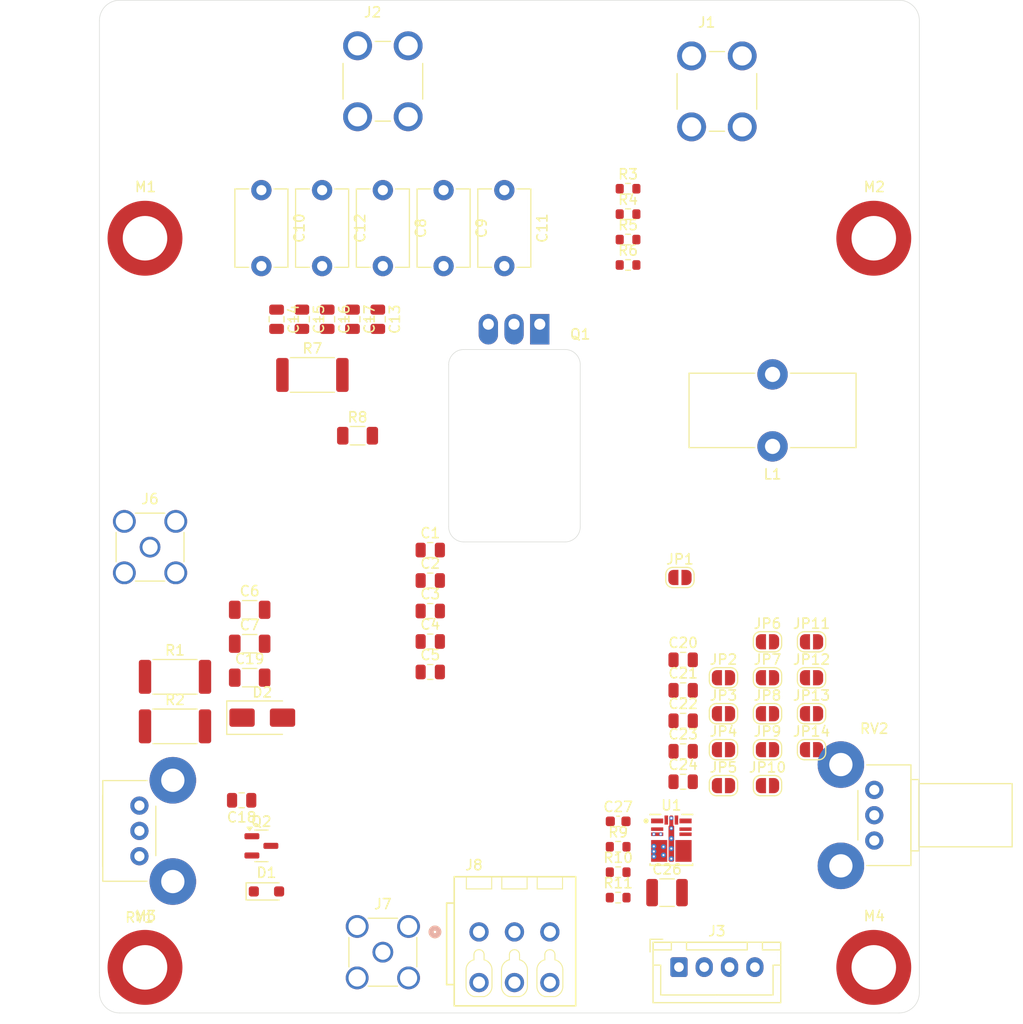
<source format=kicad_pcb>
(kicad_pcb (version 20240108) (generator "pcbnew") (generator_version "8.0")
  (layers (0 "F.Cu" signal) (31 "B.Cu" signal) (34 "B.Paste" user) (35 "F.Paste" user) (36 "B.SilkS" user "B.Silkscreen") (37 "F.SilkS" user "F.Silkscreen") (38 "B.Mask" user) (39 "F.Mask" user) (44 "Edge.Cuts" user))
  (net 0 "")
  (net 1 "+24V")
  (net 2 "GND")
  (net 3 "/Earth")
  (net 4 "/Coil")
  (net 5 "/HV")
  (net 6 "Net-(JP11-B)")
  (net 7 "Net-(D1-K)")
  (net 8 "/Gate")
  (net 9 "/Interruptor")
  (net 10 "Net-(R3-Pad1)")
  (net 11 "Net-(JP7-B)")
  (net 12 "Net-(JP8-B)")
  (net 13 "Net-(JP9-B)")
  (net 14 "Net-(JP10-B)")
  (net 15 "Net-(JP6-B)")
  (net 16 "Net-(JP1-B)")
  (net 17 "Net-(JP10-A)")
  (net 18 "Net-(JP2-B)")
  (net 19 "Net-(JP3-B)")
  (net 20 "Net-(JP4-B)")
  (net 21 "Net-(JP5-B)")
  (net 22 "Net-(J7-In)")
  (net 23 "Net-(D2-A2)")
  (net 24 "Net-(JP12-A)")
  (net 25 "Net-(JP12-B)")
  (net 26 "VFAN")
  (net 27 "Net-(U1-VCC)")
  (net 30 "Net-(R9-Pad2)")
  (net 31 "Net-(U1-FB)")
  (net 32 "Net-(U1-MODE_SYNC)")
  (footprint "donutlib:WA-SMSI_9774025360" (layer "F.Cu") (at 176.5 73.5)
    (property "Reference" "M2" (at 0.0533 -5.0677 0) (layer "F.SilkS"))
    (property "Value" "MountingHole_Pad")
    (pad "" np_thru_hole circle (at 0 0) (size 4.4 4.4) (drill 4.4) (layers "*.Cu" "*.Mask"))
    (pad "1" smd circle (at 0 0) (size 7.4 7.4) (layers "F.Cu" "F.Mask") (net 3 "/Earth"))
  )
  (footprint "Jumper:SolderJumper-2_P1.3mm_Open_RoundedPad1.0x1.5mm" (layer "F.Cu") (at 161.65 124)
    (property "Reference" "JP4" (at 0 -1.8 0) (layer "F.SilkS"))
    (property "Value" "SolderJumper_2_Open")
    (pad "1" smd custom (at -0.65 0) (size 1 0.5) (layers "F.Cu" "F.Mask") (net 2 "GND") (options (clearance outline) (anchor rect)) (primitives (gr_circle (center 0 0.25) (end 0.5 0.25) (width 0) (fill yes)) (gr_circle (center 0 -0.25) (end 0.5 -0.25) (width 0) (fill yes)) (gr_poly (pts (xy 0.5 0.75) (xy 0 0.75) (xy 0 -0.75) (xy 0.5 -0.75)) (width 0) (fill yes))))
    (pad "2" smd custom (at 0.65 0) (size 1 0.5) (layers "F.Cu" "F.Mask") (net 20 "Net-(JP4-B)") (options (clearance outline) (anchor rect)) (primitives (gr_circle (center 0 0.25) (end 0.5 0.25) (width 0) (fill yes)) (gr_circle (center 0 -0.25) (end 0.5 -0.25) (width 0) (fill yes)) (gr_poly (pts (xy 0 0.75) (xy -0.5 0.75) (xy -0.5 -0.75) (xy 0 -0.75)) (width 0) (fill yes))))
  )
  (footprint "Jumper:SolderJumper-2_P1.3mm_Open_RoundedPad1.0x1.5mm" (layer "F.Cu") (at 170.35 120.45)
    (property "Reference" "JP13" (at 0 -1.8 0) (layer "F.SilkS"))
    (property "Value" "SolderJumper_2_Open")
    (pad "1" smd custom (at -0.65 0) (size 1 0.5) (layers "F.Cu" "F.Mask") (net 17 "Net-(JP10-A)") (options (clearance outline) (anchor rect)) (primitives (gr_circle (center 0 0.25) (end 0.5 0.25) (width 0) (fill yes)) (gr_circle (center 0 -0.25) (end 0.5 -0.25) (width 0) (fill yes)) (gr_poly (pts (xy 0.5 0.75) (xy 0 0.75) (xy 0 -0.75) (xy 0.5 -0.75)) (width 0) (fill yes))))
    (pad "2" smd custom (at 0.65 0) (size 1 0.5) (layers "F.Cu" "F.Mask") (net 25 "Net-(JP12-B)") (options (clearance outline) (anchor rect)) (primitives (gr_circle (center 0 0.25) (end 0.5 0.25) (width 0) (fill yes)) (gr_circle (center 0 -0.25) (end 0.5 -0.25) (width 0) (fill yes)) (gr_poly (pts (xy 0 0.75) (xy -0.5 0.75) (xy -0.5 -0.75) (xy 0 -0.75)) (width 0) (fill yes))))
  )
  (footprint "Capacitor_SMD:C_0805_2012Metric" (layer "F.Cu") (at 157.664999 121.15)
    (property "Reference" "C22" (at 0 -1.68 0) (layer "F.SilkS"))
    (property "Value" "10uF")
    (pad "1" smd roundrect (at -0.95 0) (size 1 1.45) (layers "F.Cu" "F.Paste" "F.Mask") (net 26 "VFAN"))
    (pad "2" smd roundrect (at 0.95 0) (size 1 1.45) (layers "F.Cu" "F.Paste" "F.Mask") (net 2 "GND"))
  )
  (footprint "donutlib:WA-SMSI_9774025360" (layer "F.Cu") (at 104.5 73.5)
    (property "Reference" "M1" (at 0.0533 -5.0677 0) (layer "F.SilkS"))
    (property "Value" "MountingHole_Pad")
    (pad "" np_thru_hole circle (at 0 0) (size 4.4 4.4) (drill 4.4) (layers "*.Cu" "*.Mask"))
    (pad "1" smd circle (at 0 0) (size 7.4 7.4) (layers "F.Cu" "F.Mask") (net 3 "/Earth"))
  )
  (footprint "donutlib:CONN3_2601-3103_WAG" (layer "F.Cu") (at 137.5 142)
    (property "Reference" "J8" (at -0.5 -6.6 0) (layer "F.SilkS"))
    (property "Value" "Conn_01x03_Pin")
    (pad "1" thru_hole circle (at 0 0) (size 1.9 1.9) (drill 1.2) (layers "*.Cu" "*.Mask") (net 1 "+24V"))
    (pad "1" thru_hole circle (at 0 5) (size 1.9 1.9) (drill 1.2) (layers "*.Cu" "*.Mask") (net 1 "+24V"))
    (pad "2" thru_hole circle (at 3.5 0) (size 1.9 1.9) (drill 1.2) (layers "*.Cu" "*.Mask") (net 2 "GND"))
    (pad "2" thru_hole circle (at 3.5 5) (size 1.9 1.9) (drill 1.2) (layers "*.Cu" "*.Mask") (net 2 "GND"))
    (pad "3" thru_hole circle (at 7.000001 0) (size 1.9 1.9) (drill 1.2) (layers "*.Cu" "*.Mask") (net 3 "/Earth"))
    (pad "3" thru_hole circle (at 7.000001 5) (size 1.9 1.9) (drill 1.2) (layers "*.Cu" "*.Mask") (net 3 "/Earth"))
  )
  (footprint "donutlib:KEYSTONE_7767" (layer "F.Cu") (at 161 59)
    (property "Reference" "J1" (at -1.01 -6.815 0) (layer "F.SilkS"))
    (property "Value" "Keystone 7767")
    (pad "1_1" thru_hole circle (at -2.5 3.505) (size 2.85 2.85) (drill 1.9) (layers "*.Cu" "*.Mask") (net 4 "/Coil"))
    (pad "1_2" thru_hole circle (at 2.5 3.505) (size 2.85 2.85) (drill 1.9) (layers "*.Cu" "*.Mask") (net 4 "/Coil"))
    (pad "1_3" thru_hole circle (at 2.5 -3.505) (size 2.85 2.85) (drill 1.9) (layers "*.Cu" "*.Mask") (net 4 "/Coil"))
    (pad "1_4" thru_hole circle (at -2.5 -3.505) (size 2.85 2.85) (drill 1.9) (layers "*.Cu" "*.Mask") (net 4 "/Coil"))
  )
  (footprint "Capacitor_SMD:C_0805_2012Metric" (layer "F.Cu") (at 132.6825 104.29)
    (property "Reference" "C1" (at 0 -1.68 0) (layer "F.SilkS"))
    (property "Value" "2.2nF")
    (pad "1" smd roundrect (at -0.95 0) (size 1 1.45) (layers "F.Cu" "F.Paste" "F.Mask") (net 1 "+24V"))
    (pad "2" smd roundrect (at 0.95 0) (size 1 1.45) (layers "F.Cu" "F.Paste" "F.Mask") (net 2 "GND"))
  )
  (footprint "Capacitor_SMD:C_0805_2012Metric" (layer "F.Cu") (at 132.6825 107.3)
    (property "Reference" "C2" (at 0 -1.68 0) (layer "F.SilkS"))
    (property "Value" "2.2nF")
    (pad "1" smd roundrect (at -0.95 0) (size 1 1.45) (layers "F.Cu" "F.Paste" "F.Mask") (net 1 "+24V"))
    (pad "2" smd roundrect (at 0.95 0) (size 1 1.45) (layers "F.Cu" "F.Paste" "F.Mask") (net 2 "GND"))
  )
  (footprint "donutlib:WA-SMSI_9774025360" (layer "F.Cu") (at 176.5 145.5)
    (property "Reference" "M4" (at 0.0533 -5.0677 0) (layer "F.SilkS"))
    (property "Value" "MountingHole_Pad")
    (pad "" np_thru_hole circle (at 0 0) (size 4.4 4.4) (drill 4.4) (layers "*.Cu" "*.Mask"))
    (pad "1" smd circle (at 0 0) (size 7.4 7.4) (layers "F.Cu" "F.Mask") (net 3 "/Earth"))
  )
  (footprint "Resistor_SMD:R_0603_1608Metric" (layer "F.Cu") (at 151.244999 138.61)
    (property "Reference" "R11" (at 0 -1.43 0) (layer "F.SilkS"))
    (property "Value" "Rt")
    (pad "1" smd roundrect (at -0.825 0) (size 0.8 0.95) (layers "F.Cu" "F.Paste" "F.Mask") (net 2 "GND"))
    (pad "2" smd roundrect (at 0.825 0) (size 0.8 0.95) (layers "F.Cu" "F.Paste" "F.Mask") (net 32 "Net-(U1-MODE_SYNC)"))
  )
  (footprint "Jumper:SolderJumper-2_P1.3mm_Open_RoundedPad1.0x1.5mm" (layer "F.Cu") (at 166 127.55)
    (property "Reference" "JP10" (at 0 -1.8 0) (layer "F.SilkS"))
    (property "Value" "SolderJumper_2_Open")
    (pad "1" smd custom (at -0.65 0) (size 1 0.5) (layers "F.Cu" "F.Mask") (net 17 "Net-(JP10-A)") (options (clearance outline) (anchor rect)) (primitives (gr_circle (center 0 0.25) (end 0.5 0.25) (width 0) (fill yes)) (gr_circle (center 0 -0.25) (end 0.5 -0.25) (width 0) (fill yes)) (gr_poly (pts (xy 0.5 0.75) (xy 0 0.75) (xy 0 -0.75) (xy 0.5 -0.75)) (width 0) (fill yes))))
    (pad "2" smd custom (at 0.65 0) (size 1 0.5) (layers "F.Cu" "F.Mask") (net 14 "Net-(JP10-B)") (options (clearance outline) (anchor rect)) (primitives (gr_circle (center 0 0.25) (end 0.5 0.25) (width 0) (fill yes)) (gr_circle (center 0 -0.25) (end 0.5 -0.25) (width 0) (fill yes)) (gr_poly (pts (xy 0 0.75) (xy -0.5 0.75) (xy -0.5 -0.75) (xy 0 -0.75)) (width 0) (fill yes))))
  )
  (footprint "Capacitor_SMD:C_1206_3216Metric" (layer "F.Cu") (at 114.8425 113.54)
    (property "Reference" "C7" (at 0 -1.85 0) (layer "F.SilkS"))
    (property "Value" "560pF")
    (pad "1" smd roundrect (at -1.475 0) (size 1.15 1.8) (layers "F.Cu" "F.Paste" "F.Mask") (roundrect_rratio 0.217391) (net 4 "/Coil"))
    (pad "2" smd roundrect (at 1.475 0) (size 1.15 1.8) (layers "F.Cu" "F.Paste" "F.Mask") (roundrect_rratio 0.217391) (net 6 "Net-(JP11-B)"))
  )
  (footprint "Capacitor_SMD:C_0805_2012Metric" (layer "F.Cu") (at 157.664999 118.14)
    (property "Reference" "C21" (at 0 -1.68 0) (layer "F.SilkS"))
    (property "Value" "10uF")
    (pad "1" smd roundrect (at -0.95 0) (size 1 1.45) (layers "F.Cu" "F.Paste" "F.Mask") (net 26 "VFAN"))
    (pad "2" smd roundrect (at 0.95 0) (size 1 1.45) (layers "F.Cu" "F.Paste" "F.Mask") (net 2 "GND"))
  )
  (footprint "Jumper:SolderJumper-2_P1.3mm_Open_RoundedPad1.0x1.5mm" (layer "F.Cu") (at 166 124)
    (property "Reference" "JP9" (at 0 -1.8 0) (layer "F.SilkS"))
    (property "Value" "SolderJumper_2_Open")
    (pad "1" smd custom (at -0.65 0) (size 1 0.5) (layers "F.Cu" "F.Mask") (net 17 "Net-(JP10-A)") (options (clearance outline) (anchor rect)) (primitives (gr_circle (center 0 0.25) (end 0.5 0.25) (width 0) (fill yes)) (gr_circle (center 0 -0.25) (end 0.5 -0.25) (width 0) (fill yes)) (gr_poly (pts (xy 0.5 0.75) (xy 0 0.75) (xy 0 -0.75) (xy 0.5 -0.75)) (width 0) (fill yes))))
    (pad "2" smd custom (at 0.65 0) (size 1 0.5) (layers "F.Cu" "F.Mask") (net 13 "Net-(JP9-B)") (options (clearance outline) (anchor rect)) (primitives (gr_circle (center 0 0.25) (end 0.5 0.25) (width 0) (fill yes)) (gr_circle (center 0 -0.25) (end 0.5 -0.25) (width 0) (fill yes)) (gr_poly (pts (xy 0 0.75) (xy -0.5 0.75) (xy -0.5 -0.75) (xy 0 -0.75)) (width 0) (fill yes))))
  )
  (footprint "Capacitor_SMD:C_1210_3225Metric" (layer "F.Cu") (at 156.074999 138.12)
    (property "Reference" "C26" (at 0 -2.3 0) (layer "F.SilkS"))
    (property "Value" "4.7uF")
    (pad "1" smd roundrect (at -1.475 0) (size 1.15 2.7) (layers "F.Cu" "F.Paste" "F.Mask") (roundrect_rratio 0.217391) (net 1 "+24V"))
    (pad "2" smd roundrect (at 1.475 0) (size 1.15 2.7) (layers "F.Cu" "F.Paste" "F.Mask") (roundrect_rratio 0.217391) (net 2 "GND"))
  )
  (footprint "Capacitor_SMD:C_0805_2012Metric" (layer "F.Cu") (at 132.6825 110.31)
    (property "Reference" "C3" (at 0 -1.68 0) (layer "F.SilkS"))
    (property "Value" "2.2nF")
    (pad "1" smd roundrect (at -0.95 0) (size 1 1.45) (layers "F.Cu" "F.Paste" "F.Mask") (net 3 "/Earth"))
    (pad "2" smd roundrect (at 0.95 0) (size 1 1.45) (layers "F.Cu" "F.Paste" "F.Mask") (net 2 "GND"))
  )
  (footprint "Capacitor_SMD:C_0805_2012Metric" (layer "F.Cu") (at 127.5 81.5 -90)
    (property "Reference" "C13" (at 0 -1.68 90) (layer "F.SilkS"))
    (property "Value" "2.2nF")
    (pad "1" smd roundrect (at -0.95 0 270) (size 1 1.45) (layers "F.Cu" "F.Paste" "F.Mask") (net 17 "Net-(JP10-A)"))
    (pad "2" smd roundrect (at 0.95 0 270) (size 1 1.45) (layers "F.Cu" "F.Paste" "F.Mask") (net 16 "Net-(JP1-B)"))
  )
  (footprint "Resistor_SMD:R_0603_1608Metric" (layer "F.Cu") (at 152.2225 76.14)
    (property "Reference" "R6" (at 0 -1.43 0) (layer "F.SilkS"))
    (property "Value" "4.7k")
    (pad "1" smd roundrect (at -0.825 0) (size 0.8 0.95) (layers "F.Cu" "F.Paste" "F.Mask") (net 2 "GND"))
    (pad "2" smd roundrect (at 0.825 0) (size 0.8 0.95) (layers "F.Cu" "F.Paste" "F.Mask") (net 9 "/Interruptor"))
  )
  (footprint "Capacitor_SMD:C_0805_2012Metric" (layer "F.Cu") (at 157.664999 127.17)
    (property "Reference" "C24" (at 0 -1.68 0) (layer "F.SilkS"))
    (property "Value" "10uF")
    (pad "1" smd roundrect (at -0.95 0) (size 1 1.45) (layers "F.Cu" "F.Paste" "F.Mask") (net 26 "VFAN"))
    (pad "2" smd roundrect (at 0.95 0) (size 1 1.45) (layers "F.Cu" "F.Paste" "F.Mask") (net 2 "GND"))
  )
  (footprint "Capacitor_SMD:C_0805_2012Metric" (layer "F.Cu") (at 132.6825 116.33)
    (property "Reference" "C5" (at 0 -1.68 0) (layer "F.SilkS"))
    (property "Value" "2.2nF")
    (pad "1" smd roundrect (at -0.95 0) (size 1 1.45) (layers "F.Cu" "F.Paste" "F.Mask") (net 3 "/Earth"))
    (pad "2" smd roundrect (at 0.95 0) (size 1 1.45) (layers "F.Cu" "F.Paste" "F.Mask") (net 2 "GND"))
  )
  (footprint "Connector_JST:JST_XH_B4B-XH-A_1x04_P2.50mm_Vertical" (layer "F.Cu") (at 157.25 145.475)
    (property "Reference" "J3" (at 3.75 -3.55 0) (layer "F.SilkS"))
    (property "Value" "Conn_01x04_Pin")
    (pad "1" thru_hole roundrect (at 0 0) (size 1.7 1.95) (drill 0.95) (layers "*.Cu" "*.Mask") (roundrect_rratio 0.147059) (net 2 "GND"))
    (pad "2" thru_hole oval (at 2.5 0) (size 1.7 1.95) (drill 0.95) (layers "*.Cu" "*.Mask") (net 26 "VFAN"))
    (pad "3" thru_hole oval (at 5 0) (size 1.7 1.95) (drill 0.95) (layers "*.Cu" "*.Mask"))
    (pad "4" thru_hole oval (at 7.5 0) (size 1.7 1.95) (drill 0.95) (layers "*.Cu" "*.Mask"))
  )
  (footprint "Potentiometer_THT:Potentiometer_Bourns_PTV09A-2_Single_Horizontal" (layer "F.Cu") (at 103.95 129.525 180)
    (property "Reference" "RV1" (at 0 -11.05 0) (layer "F.SilkS"))
    (property "Value" "10k")
    (pad "" thru_hole circle (at -3.3 -7.5 180) (size 4.6 4.6) (drill 2.3) (layers "*.Cu" "*.Mask"))
    (pad "" thru_hole circle (at -3.3 2.5 180) (size 4.6 4.6) (drill 2.3) (layers "*.Cu" "*.Mask"))
    (pad "1" thru_hole circle (at 0 0 180) (size 1.8 1.8) (drill 1) (layers "*.Cu" "*.Mask") (net 7 "Net-(D1-K)"))
    (pad "2" thru_hole circle (at 0 -2.5 180) (size 1.8 1.8) (drill 1) (layers "*.Cu" "*.Mask") (net 10 "Net-(R3-Pad1)"))
    (pad "3" thru_hole circle (at 0 -5 180) (size 1.8 1.8) (drill 1) (layers "*.Cu" "*.Mask") (net 2 "GND"))
  )
  (footprint "Resistor_SMD:R_2512_6332Metric" (layer "F.Cu") (at 107.4625 121.7)
    (property "Reference" "R2" (at 0 -2.62 0) (layer "F.SilkS"))
    (property "Value" "10")
    (pad "1" smd roundrect (at -2.9625 0) (size 1.225 3.35) (layers "F.Cu" "F.Paste" "F.Mask") (roundrect_rratio 0.204082) (net 25 "Net-(JP12-B)"))
    (pad "2" smd roundrect (at 2.9625 0) (size 1.225 3.35) (layers "F.Cu" "F.Paste" "F.Mask") (roundrect_rratio 0.204082) (net 22 "Net-(J7-In)"))
  )
  (footprint "Jumper:SolderJumper-2_P1.3mm_Open_RoundedPad1.0x1.5mm" (layer "F.Cu") (at 166 116.9)
    (property "Reference" "JP7" (at 0 -1.8 0) (layer "F.SilkS"))
    (property "Value" "SolderJumper_2_Open")
    (pad "1" smd custom (at -0.65 0) (size 1 0.5) (layers "F.Cu" "F.Mask") (net 17 "Net-(JP10-A)") (options (clearance outline) (anchor rect)) (primitives (gr_circle (center 0 0.25) (end 0.5 0.25) (width 0) (fill yes)) (gr_circle (center 0 -0.25) (end 0.5 -0.25) (width 0) (fill yes)) (gr_poly (pts (xy 0.5 0.75) (xy 0 0.75) (xy 0 -0.75) (xy 0.5 -0.75)) (width 0) (fill yes))))
    (pad "2" smd custom (at 0.65 0) (size 1 0.5) (layers "F.Cu" "F.Mask") (net 11 "Net-(JP7-B)") (options (clearance outline) (anchor rect)) (primitives (gr_circle (center 0 0.25) (end 0.5 0.25) (width 0) (fill yes)) (gr_circle (center 0 -0.25) (end 0.5 -0.25) (width 0) (fill yes)) (gr_poly (pts (xy 0 0.75) (xy -0.5 0.75) (xy -0.5 -0.75) (xy 0 -0.75)) (width 0) (fill yes))))
  )
  (footprint "Diode_SMD:D_SOD-323_HandSoldering" (layer "F.Cu") (at 116.5 138)
    (property "Reference" "D1" (at 0 -1.85 0) (layer "F.SilkS"))
    (property "Value" "5.6V")
    (pad "1" smd roundrect (at -1.25 0) (size 1 1) (layers "F.Cu" "F.Paste" "F.Mask") (net 7 "Net-(D1-K)"))
    (pad "2" smd roundrect (at 1.25 0) (size 1 1) (layers "F.Cu" "F.Paste" "F.Mask") (net 2 "GND"))
  )
  (footprint "Connector_Coaxial:SMA_Amphenol_132134-11_Vertical" (layer "F.Cu") (at 128 144)
    (property "Reference" "J7" (at 0 -4.75 0) (layer "F.SilkS"))
    (property "Value" "Conn_Coaxial_Small")
    (pad "1" thru_hole circle (at 0 0) (size 2.05 2.05) (drill 1.5) (layers "*.Cu" "*.Mask") (net 22 "Net-(J7-In)"))
    (pad "2" thru_hole circle (at -2.54 -2.54) (size 2.25 2.25) (drill 1.7) (layers "*.Cu" "*.Mask") (net 2 "GND"))
    (pad "2" thru_hole circle (at -2.54 2.54) (size 2.25 2.25) (drill 1.7) (layers "*.Cu" "*.Mask") (net 2 "GND"))
    (pad "2" thru_hole circle (at 2.54 -2.54) (size 2.25 2.25) (drill 1.7) (layers "*.Cu" "*.Mask") (net 2 "GND"))
    (pad "2" thru_hole circle (at 2.54 2.54) (size 2.25 2.25) (drill 1.7) (layers "*.Cu" "*.Mask") (net 2 "GND"))
  )
  (footprint "Jumper:SolderJumper-2_P1.3mm_Open_RoundedPad1.0x1.5mm" (layer "F.Cu") (at 157.35 107)
    (property "Reference" "JP1" (at 0 -1.8 0) (layer "F.SilkS"))
    (property "Value" "SolderJumper_2_Open")
    (pad "1" smd custom (at -0.65 0) (size 1 0.5) (layers "F.Cu" "F.Mask") (net 2 "GND") (options (clearance outline) (anchor rect)) (primitives (gr_circle (center 0 0.25) (end 0.5 0.25) (width 0) (fill yes)) (gr_circle (center 0 -0.25) (end 0.5 -0.25) (width 0) (fill yes)) (gr_poly (pts (xy 0.5 0.75) (xy 0 0.75) (xy 0 -0.75) (xy 0.5 -0.75)) (width 0) (fill yes))))
    (pad "2" smd custom (at 0.65 0) (size 1 0.5) (layers "F.Cu" "F.Mask") (net 16 "Net-(JP1-B)") (options (clearance outline) (anchor rect)) (primitives (gr_circle (center 0 0.25) (end 0.5 0.25) (width 0) (fill yes)) (gr_circle (center 0 -0.25) (end 0.5 -0.25) (width 0) (fill yes)) (gr_poly (pts (xy 0 0.75) (xy -0.5 0.75) (xy -0.5 -0.75) (xy 0 -0.75)) (width 0) (fill yes))))
  )
  (footprint "Package_TO_SOT_SMD:SOT-23" (layer "F.Cu") (at 116 133.5)
    (property "Reference" "Q2" (at 0 -2.4 0) (layer "F.SilkS"))
    (property "Value" "BSS138")
    (pad "1" smd roundrect (at -0.9375 -0.95) (size 1.475 0.6) (layers "F.Cu" "F.Paste" "F.Mask") (net 9 "/Interruptor"))
    (pad "2" smd roundrect (at -0.9375 0.95) (size 1.475 0.6) (layers "F.Cu" "F.Paste" "F.Mask") (net 2 "GND"))
    (pad "3" smd roundrect (at 0.9375 0) (size 1.475 0.6) (layers "F.Cu" "F.Paste" "F.Mask") (net 7 "Net-(D1-K)"))
  )
  (footprint "donutlib:TDK_Disc_D7.5mm_W5.0mm_P7.50mm" (layer "F.Cu") (at 116 68.75 -90)
    (property "Reference" "C10" (at 3.75 -3.75 90) (layer "F.SilkS"))
    (property "Value" "33pF")
    (pad "1" thru_hole circle (at 0 0 270) (size 2 2) (drill 1) (layers "*.Cu" "*.Mask") (net 5 "/HV"))
    (pad "2" thru_hole circle (at 7.5 0 270) (size 2 2) (drill 1) (layers "*.Cu" "*.Mask") (net 13 "Net-(JP9-B)"))
  )
  (footprint "Jumper:SolderJumper-2_P1.3mm_Open_RoundedPad1.0x1.5mm" (layer "F.Cu") (at 166 113.35)
    (property "Reference" "JP6" (at 0 -1.8 0) (layer "F.SilkS"))
    (property "Value" "SolderJumper_2_Open")
    (pad "1" smd custom (at -0.65 0) (size 1 0.5) (layers "F.Cu" "F.Mask") (net 17 "Net-(JP10-A)") (options (clearance outline) (anchor rect)) (primitives (gr_circle (center 0 0.25) (end 0.5 0.25) (width 0) (fill yes)) (gr_circle (center 0 -0.25) (end 0.5 -0.25) (width 0) (fill yes)) (gr_poly (pts (xy 0.5 0.75) (xy 0 0.75) (xy 0 -0.75) (xy 0.5 -0.75)) (width 0) (fill yes))))
    (pad "2" smd custom (at 0.65 0) (size 1 0.5) (layers "F.Cu" "F.Mask") (net 15 "Net-(JP6-B)") (options (clearance outline) (anchor rect)) (primitives (gr_circle (center 0 0.25) (end 0.5 0.25) (width 0) (fill yes)) (gr_circle (center 0 -0.25) (end 0.5 -0.25) (width 0) (fill yes)) (gr_poly (pts (xy 0 0.75) (xy -0.5 0.75) (xy -0.5 -0.75) (xy 0 -0.75)) (width 0) (fill yes))))
  )
  (footprint "donutlib:WA-SMSI_9774025360" (layer "F.Cu") (at 104.5 145.5)
    (property "Reference" "M3" (at 0.0533 -5.0677 0) (layer "F.SilkS"))
    (property "Value" "MountingHole_Pad")
    (pad "" np_thru_hole circle (at 0 0) (size 4.4 4.4) (drill 4.4) (layers "*.Cu" "*.Mask"))
    (pad "1" smd circle (at 0 0) (size 7.4 7.4) (layers "F.Cu" "F.Mask") (net 3 "/Earth"))
  )
  (footprint "Capacitor_SMD:C_0805_2012Metric" (layer "F.Cu") (at 120 81.5 -90)
    (property "Reference" "C15" (at 0 -1.68 90) (layer "F.SilkS"))
    (property "Value" "2.2nF")
    (pad "1" smd roundrect (at -0.95 0 270) (size 1 1.45) (layers "F.Cu" "F.Paste" "F.Mask") (net 17 "Net-(JP10-A)"))
    (pad "2" smd roundrect (at 0.95 0 270) (size 1 1.45) (layers "F.Cu" "F.Paste" "F.Mask") (net 19 "Net-(JP3-B)"))
  )
  (footprint "Capacitor_SMD:C_0805_2012Metric" (layer "F.Cu") (at 157.664999 115.13)
    (property "Reference" "C20" (at 0 -1.68 0) (layer "F.SilkS"))
    (property "Value" "10uF")
    (pad "1" smd roundrect (at -0.95 0) (size 1 1.45) (layers "F.Cu" "F.Paste" "F.Mask") (net 26 "VFAN"))
    (pad "2" smd roundrect (at 0.95 0) (size 1 1.45) (layers "F.Cu" "F.Paste" "F.Mask") (net 2 "GND"))
  )
  (footprint "Resistor_SMD:R_0603_1608Metric" (layer "F.Cu") (at 151.244999 133.59)
    (property "Reference" "R9" (at 0 -1.43 0) (layer "F.SilkS"))
    (property "Value" "10k")
    (pad "1" smd roundrect (at -0.825 0) (size 0.8 0.95) (layers "F.Cu" "F.Paste" "F.Mask") (net 2 "GND"))
    (pad "2" smd roundrect (at 0.825 0) (size 0.8 0.95) (layers "F.Cu" "F.Paste" "F.Mask") (net 30 "Net-(R9-Pad2)"))
  )
  (footprint "Diode_SMD:D_SMA" (layer "F.Cu") (at 116.0875 120.84)
    (property "Reference" "D2" (at 0 -2.5 0) (layer "F.SilkS"))
    (property "Value" "SMAJ12CA")
    (pad "1" smd roundrect (at -2 0) (size 2.5 1.8) (layers "F.Cu" "F.Paste" "F.Mask") (roundrect_rratio 0.1388888889) (net 2 "GND"))
    (pad "2" smd roundrect (at 2 0) (size 2.5 1.8) (layers "F.Cu" "F.Paste" "F.Mask") (roundrect_rratio 0.1388888889) (net 23 "Net-(D2-A2)"))
  )
  (footprint "donutlib:TDK_Disc_D7.5mm_W5.0mm_P7.50mm" (layer "F.Cu") (at 128 68.75 -90)
    (property "Reference" "C8" (at 3.75 -3.75 90) (layer "F.SilkS"))
    (property "Value" "33pF")
    (pad "1" thru_hole circle (at 0 0 270) (size 2 2) (drill 1) (layers "*.Cu" "*.Mask") (net 5 "/HV"))
    (pad "2" thru_hole circle (at 7.5 0 270) (size 2 2) (drill 1) (layers "*.Cu" "*.Mask") (net 11 "Net-(JP7-B)"))
  )
  (footprint "donutlib:KEYSTONE_7767" (layer "F.Cu") (at 128 58)
    (property "Reference" "J2" (at -1.01 -6.815 0) (layer "F.SilkS"))
    (property "Value" "Keystone 7767")
    (pad "1_1" thru_hole circle (at -2.5 3.505) (size 2.85 2.85) (drill 1.9) (layers "*.Cu" "*.Mask") (net 5 "/HV"))
    (pad "1_2" thru_hole circle (at 2.5 3.505) (size 2.85 2.85) (drill 1.9) (layers "*.Cu" "*.Mask") (net 5 "/HV"))
    (pad "1_3" thru_hole circle (at 2.5 -3.505) (size 2.85 2.85) (drill 1.9) (layers "*.Cu" "*.Mask") (net 5 "/HV"))
    (pad "1_4" thru_hole circle (at -2.5 -3.505) (size 2.85 2.85) (drill 1.9) (layers "*.Cu" "*.Mask") (net 5 "/HV"))
  )
  (footprint "Resistor_SMD:R_1206_3216Metric" (layer "F.Cu") (at 125.5 93)
    (property "Reference" "R8" (at 0 -1.82 0) (layer "F.SilkS"))
    (property "Value" "0")
    (pad "1" smd roundrect (at -1.4625 0) (size 1.125 1.75) (layers "F.Cu" "F.Paste" "F.Mask") (roundrect_rratio 0.222222) (net 22 "Net-(J7-In)"))
    (pad "2" smd roundrect (at 1.4625 0) (size 1.125 1.75) (layers "F.Cu" "F.Paste" "F.Mask") (roundrect_rratio 0.222222) (net 8 "/Gate"))
  )
  (footprint "Resistor_SMD:R_0603_1608Metric" (layer "F.Cu") (at 151.244999 136.1)
    (property "Reference" "R10" (at 0 -1.43 0) (layer "F.SilkS"))
    (property "Value" "10k")
    (pad "1" smd roundrect (at -0.825 0) (size 0.8 0.95) (layers "F.Cu" "F.Paste" "F.Mask") (net 31 "Net-(U1-FB)"))
    (pad "2" smd roundrect (at 0.825 0) (size 0.8 0.95) (layers "F.Cu" "F.Paste" "F.Mask") (net 26 "VFAN"))
  )
  (footprint "Connector_Coaxial:SMA_Amphenol_132134-11_Vertical" (layer "F.Cu") (at 105 104)
    (property "Reference" "J6" (at 0 -4.75 0) (layer "F.SilkS"))
    (property "Value" "Conn_Coaxial_Small")
    (pad "1" thru_hole circle (at 0 0) (size 2.05 2.05) (drill 1.5) (layers "*.Cu" "*.Mask") (net 9 "/Interruptor"))
    (pad "2" thru_hole circle (at -2.54 -2.54) (size 2.25 2.25) (drill 1.7) (layers "*.Cu" "*.Mask") (net 2 "GND"))
    (pad "2" thru_hole circle (at -2.54 2.54) (size 2.25 2.25) (drill 1.7) (layers "*.Cu" "*.Mask") (net 2 "GND"))
    (pad "2" thru_hole circle (at 2.54 -2.54) (size 2.25 2.25) (drill 1.7) (layers "*.Cu" "*.Mask") (net 2 "GND"))
    (pad "2" thru_hole circle (at 2.54 2.54) (size 2.25 2.25) (drill 1.7) (layers "*.Cu" "*.Mask") (net 2 "GND"))
  )
  (footprint "Jumper:SolderJumper-2_P1.3mm_Open_RoundedPad1.0x1.5mm" (layer "F.Cu") (at 170.35 113.35)
    (property "Reference" "JP11" (at 0 -1.8 0) (layer "F.SilkS"))
    (property "Value" "SolderJumper_2_Open")
    (pad "1" smd custom (at -0.65 0) (size 1 0.5) (layers "F.Cu" "F.Mask") (net 2 "GND") (options (clearance outline) (anchor rect)) (primitives (gr_circle (center 0 0.25) (end 0.5 0.25) (width 0) (fill yes)) (gr_circle (center 0 -0.25) (end 0.5 -0.25) (width 0) (fill yes)) (gr_poly (pts (xy 0.5 0.75) (xy 0 0.75) (xy 0 -0.75) (xy 0.5 -0.75)) (width 0) (fill yes))))
    (pad "2" smd custom (at 0.65 0) (size 1 0.5) (layers "F.Cu" "F.Mask") (net 6 "Net-(JP11-B)") (options (clearance outline) (anchor rect)) (primitives (gr_circle (center 0 0.25) (end 0.5 0.25) (width 0) (fill yes)) (gr_circle (center 0 -0.25) (end 0.5 -0.25) (width 0) (fill yes)) (gr_poly (pts (xy 0 0.75) (xy -0.5 0.75) (xy -0.5 -0.75) (xy 0 -0.75)) (width 0) (fill yes))))
  )
  (footprint "Capacitor_SMD:C_0805_2012Metric" (layer "F.Cu") (at 132.6825 113.32)
    (property "Reference" "C4" (at 0 -1.68 0) (layer "F.SilkS"))
    (property "Value" "2.2nF")
    (pad "1" smd roundrect (at -0.95 0) (size 1 1.45) (layers "F.Cu" "F.Paste" "F.Mask") (net 3 "/Earth"))
    (pad "2" smd roundrect (at 0.95 0) (size 1 1.45) (layers "F.Cu" "F.Paste" "F.Mask") (net 2 "GND"))
  )
  (footprint "Capacitor_SMD:C_0805_2012Metric" (layer "F.Cu") (at 117.5 81.5 -90)
    (property "Reference" "C14" (at 0 -1.68 90) (layer "F.SilkS"))
    (property "Value" "2.2nF")
    (pad "1" smd roundrect (at -0.95 0 270) (size 1 1.45) (layers "F.Cu" "F.Paste" "F.Mask") (net 17 "Net-(JP10-A)"))
    (pad "2" smd roundrect (at 0.95 0 270) (size 1 1.45) (layers "F.Cu" "F.Paste" "F.Mask") (net 18 "Net-(JP2-B)"))
  )
  (footprint "donutlib:TO-220-3_Horizontal_BoardCutout" (layer "F.Cu") (at 143.5 82.4875 180)
    (property "Reference" "Q1" (at -4 -0.5 0) (layer "F.SilkS"))
    (property "Value" "IPP320N20N3")
    (fp_line (start 9 -3.5) (end 9 -19.5) (stroke (width 0.05)) (layer "Edge.Cuts"))
    (fp_line (start 7.5 -21) (end -2.5 -21) (stroke (width 0.05)) (layer "Edge.Cuts"))
    (fp_line (start -2.5 -2) (end 7.5 -2) (stroke (width 0.05)) (layer "Edge.Cuts"))
    (fp_line (start -4 -19.5) (end -4 -3.5) (stroke (width 0.05)) (layer "Edge.Cuts"))
    (fp_arc (start 9 -3.5) (mid 8.56066 -2.43934) (end 7.5 -2) (stroke (width 0.05)) (layer "Edge.Cuts"))
    (fp_arc (start 7.5 -21) (mid 8.56066 -20.56066) (end 9 -19.5) (stroke (width 0.05)) (layer "Edge.Cuts"))
    (fp_arc (start -2.5 -2) (mid -3.56066 -2.43934) (end -4 -3.5) (stroke (width 0.05)) (layer "Edge.Cuts"))
    (fp_arc (start -4 -19.5) (mid -3.56066 -20.56066) (end -2.5 -21) (stroke (width 0.05)) (layer "Edge.Cuts"))
    (pad "1" thru_hole rect (at 0 0.5 180) (size 1.905 3) (drill 1.1 (offset 0 -0.5)) (layers "*.Cu" "*.Mask") (net 8 "/Gate"))
    (pad "2" thru_hole oval (at 2.54 0.5 180) (size 1.905 3) (drill 1.1 (offset 0 -0.5)) (layers "*.Cu" "*.Mask") (net 4 "/Coil"))
    (pad "3" thru_hole oval (at 5.08 0.5 180) (size 1.905 3) (drill 1.1 (offset 0 -0.5)) (layers "*.Cu" "*.Mask") (net 2 "GND"))
  )
  (footprint "Capacitor_SMD:C_0805_2012Metric" (layer "F.Cu") (at 125 81.5 -90)
    (property "Reference" "C17" (at 0 -1.68 90) (layer "F.SilkS"))
    (property "Value" "2.2nF")
    (pad "1" smd roundrect (at -0.95 0 270) (size 1 1.45) (layers "F.Cu" "F.Paste" "F.Mask") (net 17 "Net-(JP10-A)"))
    (pad "2" smd roundrect (at 0.95 0 270) (size 1 1.45) (layers "F.Cu" "F.Paste" "F.Mask") (net 21 "Net-(JP5-B)"))
  )
  (footprint "Resistor_SMD:R_0603_1608Metric" (layer "F.Cu") (at 152.2225 73.63)
    (property "Reference" "R5" (at 0 -1.43 0) (layer "F.SilkS"))
    (property "Value" "10k")
    (pad "1" smd roundrect (at -0.825 0) (size 0.8 0.95) (layers "F.Cu" "F.Paste" "F.Mask") (net 2 "GND"))
    (pad "2" smd roundrect (at 0.825 0) (size 0.8 0.95) (layers "F.Cu" "F.Paste" "F.Mask") (net 7 "Net-(D1-K)"))
  )
  (footprint "Capacitor_SMD:C_1206_3216Metric" (layer "F.Cu") (at 114.8425 116.89)
    (property "Reference" "C19" (at 0 -1.85 0) (layer "F.SilkS"))
    (property "Value" "100pF")
    (pad "1" smd roundrect (at -1.475 0) (size 1.15 1.8) (layers "F.Cu" "F.Paste" "F.Mask") (roundrect_rratio 0.217391) (net 22 "Net-(J7-In)"))
    (pad "2" smd roundrect (at 1.475 0) (size 1.15 1.8) (layers "F.Cu" "F.Paste" "F.Mask") (roundrect_rratio 0.217391) (net 2 "GND"))
  )
  (footprint "Capacitor_SMD:C_0603_1608Metric" (layer "F.Cu") (at 151.244999 131.08)
    (property "Reference" "C27" (at 0 -1.43 0) (layer "F.SilkS"))
    (property "Value" "1uF")
    (pad "1" smd roundrect (at -0.775 0) (size 0.9 0.95) (layers "F.Cu" "F.Paste" "F.Mask") (net 27 "Net-(U1-VCC)"))
    (pad "2" smd roundrect (at 0.775 0) (size 0.9 0.95) (layers "F.Cu" "F.Paste" "F.Mask") (net 2 "GND"))
  )
  (footprint "Capacitor_SMD:C_0805_2012Metric" (layer "F.Cu") (at 122.5 81.5 -90)
    (property "Reference" "C16" (at 0 -1.68 90) (layer "F.SilkS"))
    (property "Value" "2.2nF")
    (pad "1" smd roundrect (at -0.95 0 270) (size 1 1.45) (layers "F.Cu" "F.Paste" "F.Mask") (net 17 "Net-(JP10-A)"))
    (pad "2" smd roundrect (at 0.95 0 270) (size 1 1.45) (layers "F.Cu" "F.Paste" "F.Mask") (net 20 "Net-(JP4-B)"))
  )
  (footprint "Capacitor_SMD:C_0805_2012Metric" (layer "F.Cu") (at 157.664999 124.16)
    (property "Reference" "C23" (at 0 -1.68 0) (layer "F.SilkS"))
    (property "Value" "10uF")
    (pad "1" smd roundrect (at -0.95 0) (size 1 1.45) (layers "F.Cu" "F.Paste" "F.Mask") (net 26 "VFAN"))
    (pad "2" smd roundrect (at 0.95 0) (size 1 1.45) (layers "F.Cu" "F.Paste" "F.Mask") (net 2 "GND"))
  )
  (footprint "Potentiometer_THT:Potentiometer_Bourns_PTV09A-2_Single_Horizontal" (layer "F.Cu") (at 176.55 132.975)
    (property "Reference" "RV2" (at 0 -11.05 0) (layer "F.SilkS"))
    (property "Value" "100k")
    (pad "" thru_hole circle (at -3.3 -7.5) (size 4.6 4.6) (drill 2.3) (layers "*.Cu" "*.Mask"))
    (pad "" thru_hole circle (at -3.3 2.5) (size 4.6 4.6) (drill 2.3) (layers "*.Cu" "*.Mask"))
    (pad "1" thru_hole circle (at 0 0) (size 1.8 1.8) (drill 1) (layers "*.Cu" "*.Mask") (net 31 "Net-(U1-FB)"))
    (pad "2" thru_hole circle (at 0 -2.5) (size 1.8 1.8) (drill 1) (layers "*.Cu" "*.Mask") (net 30 "Net-(R9-Pad2)"))
    (pad "3" thru_hole circle (at 0 -5) (size 1.8 1.8) (drill 1) (layers "*.Cu" "*.Mask") (net 30 "Net-(R9-Pad2)"))
  )
  (footprint "Jumper:SolderJumper-2_P1.3mm_Open_RoundedPad1.0x1.5mm" (layer "F.Cu") (at 170.35 124)
    (property "Reference" "JP14" (at 0 -1.8 0) (layer "F.SilkS"))
    (property "Value" "SolderJumper_2_Open")
    (pad "1" smd custom (at -0.65 0) (size 1 0.5) (layers "F.Cu" "F.Mask") (net 23 "Net-(D2-A2)") (options (clearance outline) (anchor rect)) (primitives (gr_circle (center 0 0.25) (end 0.5 0.25) (width 0) (fill yes)) (gr_circle (center 0 -0.25) (end 0.5 -0.25) (width 0) (fill yes)) (gr_poly (pts (xy 0.5 0.75) (xy 0 0.75) (xy 0 -0.75) (xy 0.5 -0.75)) (width 0) (fill yes))))
    (pad "2" smd custom (at 0.65 0) (size 1 0.5) (layers "F.Cu" "F.Mask") (net 8 "/Gate") (options (clearance outline) (anchor rect)) (primitives (gr_circle (center 0 0.25) (end 0.5 0.25) (width 0) (fill yes)) (gr_circle (center 0 -0.25) (end 0.5 -0.25) (width 0) (fill yes)) (gr_poly (pts (xy 0 0.75) (xy -0.5 0.75) (xy -0.5 -0.75) (xy 0 -0.75)) (width 0) (fill yes))))
  )
  (footprint "donutlib:TDK_Disc_D7.5mm_W5.0mm_P7.50mm" (layer "F.Cu") (at 140 68.75 -90)
    (property "Reference" "C11" (at 3.75 -3.75 90) (layer "F.SilkS"))
    (property "Value" "33pF")
    (pad "1" thru_hole circle (at 0 0 270) (size 2 2) (drill 1) (layers "*.Cu" "*.Mask") (net 5 "/HV"))
    (pad "2" thru_hole circle (at 7.5 0 270) (size 2 2) (drill 1) (layers "*.Cu" "*.Mask") (net 14 "Net-(JP10-B)"))
  )
  (footprint "donutlib:TDK_Disc_D7.5mm_W5.0mm_P7.50mm" (layer "F.Cu") (at 134 68.75 -90)
    (property "Reference" "C9" (at 3.75 -3.75 90) (layer "F.SilkS"))
    (property "Value" "33pF")
    (pad "1" thru_hole circle (at 0 0 270) (size 2 2) (drill 1) (layers "*.Cu" "*.Mask") (net 5 "/HV"))
    (pad "2" thru_hole circle (at 7.5 0 270) (size 2 2) (drill 1) (layers "*.Cu" "*.Mask") (net 12 "Net-(JP8-B)"))
  )
  (footprint "donutlib:TDK_Disc_D7.5mm_W5.0mm_P7.50mm" (layer "F.Cu") (at 122 68.75 -90)
    (property "Reference" "C12" (at 3.75 -3.75 90) (layer "F.SilkS"))
    (property "Value" "33pF")
    (pad "1" thru_hole circle (at 0 0 270) (size 2 2) (drill 1) (layers "*.Cu" "*.Mask") (net 5 "/HV"))
    (pad "2" thru_hole circle (at 7.5 0 270) (size 2 2) (drill 1) (layers "*.Cu" "*.Mask") (net 15 "Net-(JP6-B)"))
  )
  (footprint "Jumper:SolderJumper-2_P1.3mm_Open_RoundedPad1.0x1.5mm" (layer "F.Cu") (at 161.65 120.45)
    (property "Reference" "JP3" (at 0 -1.8 0) (layer "F.SilkS"))
    (property "Value" "SolderJumper_2_Open")
    (pad "1" smd custom (at -0.65 0) (size 1 0.5) (layers "F.Cu" "F.Mask") (net 2 "GND") (options (clearance outline) (anchor rect)) (primitives (gr_circle (center 0 0.25) (end 0.5 0.25) (width 0) (fill yes)) (gr_circle (center 0 -0.25) (end 0.5 -0.25) (width 0) (fill yes)) (gr_poly (pts (xy 0.5 0.75) (xy 0 0.75) (xy 0 -0.75) (xy 0.5 -0.75)) (width 0) (fill yes))))
    (pad "2" smd custom (at 0.65 0) (size 1 0.5) (layers "F.Cu" "F.Mask") (net 19 "Net-(JP3-B)") (options (clearance outline) (anchor rect)) (primitives (gr_circle (center 0 0.25) (end 0.5 0.25) (width 0) (fill yes)) (gr_circle (center 0 -0.25) (end 0.5 -0.25) (width 0) (fill yes)) (gr_poly (pts (xy 0 0.75) (xy -0.5 0.75) (xy -0.5 -0.75) (xy 0 -0.75)) (width 0) (fill yes))))
  )
  (footprint "donutlib:RDN0011A-MFG" (layer "F.Cu") (at 156.5 133)
    (property "Reference" "U1" (at 0 -3.5 0) (layer "F.SilkS"))
    (property "Value" "TPSM33615FRDNR")
    (fp_poly (pts (xy -0.199995 -2.4) (xy -0.099997 -2.5) (xy 0.1 -2.5) (xy 0.2 -2.4) (xy 0.2 -1.515001) (xy 0.239997 -1.475001) (xy 0.24 -1.475001) (xy 0.279999 -1.435001) (xy 0.279999 1.975) (xy 0.18 2.075) (xy -0.18 2.075) (xy -0.279999 1.975) (xy -0.279999 -1.435001) (xy -0.24 -1.475001) (xy -0.24 -1.474998) (xy -0.2 -1.515001)) (fill solid) (layer "F.Cu"))
    (pad "1" smd rect (at -1.4 -1.962) (size 1.2 0.475) (layers "F.Cu"))
    (pad "2" smd rect (at -1.4 -1.15) (size 1.2 0.349999) (layers "F.Cu") (net 1 "+24V"))
    (pad "3" thru_hole circle (at -1.729999 -0.650001) (size 0.349999 0.349999) (drill 0.2032) (layers "*.Cu" "*.Mask") (net 1 "+24V"))
    (pad "3" smd rect (at -1.4 -0.650001) (size 1.2 0.349999) (layers "F.Cu") (net 1 "+24V"))
    (pad "3" thru_hole circle (at -1.05 -0.650001) (size 0.349999 0.349999) (drill 0.2032) (layers "*.Cu" "*.Mask") (net 1 "+24V"))
    (pad "4" thru_hole circle (at -1.729999 0.549999) (size 0.499999 0.499999) (drill 0.2032) (layers "*.Cu" "*.Mask") (net 26 "VFAN"))
    (pad "4" thru_hole circle (at -1.729999 1.05) (size 0.499999 0.499999) (drill 0.2032) (layers "*.Cu" "*.Mask") (net 26 "VFAN"))
    (pad "4" thru_hole circle (at -1.729999 1.549999) (size 0.499999 0.499999) (drill 0.2032) (layers "*.Cu" "*.Mask") (net 26 "VFAN"))
    (pad "4" smd rect (at -1.2 1.000001) (size 1.599999 2.150001) (layers "F.Cu") (net 26 "VFAN"))
    (pad "4" thru_hole circle (at -0.780001 0.589999) (size 0.499999 0.499999) (drill 0.2032) (layers "*.Cu" "*.Mask") (net 26 "VFAN"))
    (pad "4" thru_hole circle (at -0.780001 1.41) (size 0.499999 0.499999) (drill 0.2032) (layers "*.Cu" "*.Mask") (net 26 "VFAN"))
    (pad "5" smd rect (at 1.2 1.000001) (size 1.599999 2.150001) (layers "F.Cu"))
    (pad "6" smd rect (at 1.4 -0.650001) (size 1.2 0.349999) (layers "F.Cu"))
    (pad "7" smd rect (at 1.4 -1.15) (size 1.2 0.349999) (layers "F.Cu"))
    (pad "8" smd rect (at 1.4 -1.962) (size 1.2 0.475) (layers "F.Cu") (net 27 "Net-(U1-VCC)"))
    (pad "9" smd rect (at 0.499999 -2.049998) (size 0.349999 0.900001) (layers "F.Cu") (net 31 "Net-(U1-FB)"))
    (pad "10" thru_hole circle (at 0 -2.230001) (size 0.399999 0.399999) (drill 0.2032) (layers "*.Cu" "*.Mask") (net 2 "GND"))
    (pad "10" thru_hole circle (at 0 -1.23) (size 0.399999 0.399999) (drill 0.2032) (layers "*.Cu" "*.Mask") (net 2 "GND"))
    (pad "10" smd circle (at 0 -1.004999) (size 0.504 0.504) (layers "F.Cu") (net 2 "GND"))
    (pad "10" thru_hole circle (at 0 -0.23) (size 0.499999 0.499999) (drill 0.2032) (layers "*.Cu" "*.Mask") (net 2 "GND"))
    (pad "10" thru_hole circle (at 0 0.770001) (size 0.499999 0.499999) (drill 0.2032) (layers "*.Cu" "*.Mask") (net 2 "GND"))
    (pad "10" thru_hole circle (at 0 1.769999) (size 0.499999 0.499999) (drill 0.2032) (layers "*.Cu" "*.Mask") (net 2 "GND"))
    (pad "11" smd rect (at -0.499999 -2.049998) (size 0.349999 0.900001) (layers "F.Cu") (net 32 "Net-(U1-MODE_SYNC)"))
  )
  (footprint "Resistor_SMD:R_0603_1608Metric" (layer "F.Cu") (at 152.2225 68.61)
    (property "Reference" "R3" (at 0 -1.43 0) (layer "F.SilkS"))
    (property "Value" "4.7k")
    (pad "1" smd roundrect (at -0.825 0) (size 0.8 0.95) (layers "F.Cu" "F.Paste" "F.Mask") (net 10 "Net-(R3-Pad1)"))
    (pad "2" smd roundrect (at 0.825 0) (size 0.8 0.95) (layers "F.Cu" "F.Paste" "F.Mask") (net 25 "Net-(JP12-B)"))
  )
  (footprint "Capacitor_SMD:C_0805_2012Metric" (layer "F.Cu") (at 114.05 129 180)
    (property "Reference" "C18" (at 0 -1.68 0) (layer "F.SilkS"))
    (property "Value" "2.2nF")
    (pad "1" smd roundrect (at -0.95 0 180) (size 1 1.45) (layers "F.Cu" "F.Paste" "F.Mask") (net 7 "Net-(D1-K)"))
    (pad "2" smd roundrect (at 0.95 0 180) (size 1 1.45) (layers "F.Cu" "F.Paste" "F.Mask") (net 2 "GND"))
  )
  (footprint "Jumper:SolderJumper-2_P1.3mm_Open_RoundedPad1.0x1.5mm" (layer "F.Cu") (at 161.65 127.55)
    (property "Reference" "JP5" (at 0 -1.8 0) (layer "F.SilkS"))
    (property "Value" "SolderJumper_2_Open")
    (pad "1" smd custom (at -0.65 0) (size 1 0.5) (layers "F.Cu" "F.Mask") (net 2 "GND") (options (clearance outline) (anchor rect)) (primitives (gr_circle (center 0 0.25) (end 0.5 0.25) (width 0) (fill yes)) (gr_circle (center 0 -0.25) (end 0.5 -0.25) (width 0) (fill yes)) (gr_poly (pts (xy 0.5 0.75) (xy 0 0.75) (xy 0 -0.75) (xy 0.5 -0.75)) (width 0) (fill yes))))
    (pad "2" smd custom (at 0.65 0) (size 1 0.5) (layers "F.Cu" "F.Mask") (net 21 "Net-(JP5-B)") (options (clearance outline) (anchor rect)) (primitives (gr_circle (center 0 0.25) (end 0.5 0.25) (width 0) (fill yes)) (gr_circle (center 0 -0.25) (end 0.5 -0.25) (width 0) (fill yes)) (gr_poly (pts (xy 0 0.75) (xy -0.5 0.75) (xy -0.5 -0.75) (xy 0 -0.75)) (width 0) (fill yes))))
  )
  (footprint "Jumper:SolderJumper-2_P1.3mm_Open_RoundedPad1.0x1.5mm" (layer "F.Cu") (at 161.65 116.9)
    (property "Reference" "JP2" (at 0 -1.8 0) (layer "F.SilkS"))
    (property "Value" "SolderJumper_2_Open")
    (pad "1" smd custom (at -0.65 0) (size 1 0.5) (layers "F.Cu" "F.Mask") (net 2 "GND") (options (clearance outline) (anchor rect)) (primitives (gr_circle (center 0 0.25) (end 0.5 0.25) (width 0) (fill yes)) (gr_circle (center 0 -0.25) (end 0.5 -0.25) (width 0) (fill yes)) (gr_poly (pts (xy 0.5 0.75) (xy 0 0.75) (xy 0 -0.75) (xy 0.5 -0.75)) (width 0) (fill yes))))
    (pad "2" smd custom (at 0.65 0) (size 1 0.5) (layers "F.Cu" "F.Mask") (net 18 "Net-(JP2-B)") (options (clearance outline) (anchor rect)) (primitives (gr_circle (center 0 0.25) (end 0.5 0.25) (width 0) (fill yes)) (gr_circle (center 0 -0.25) (end 0.5 -0.25) (width 0) (fill yes)) (gr_poly (pts (xy 0 0.75) (xy -0.5 0.75) (xy -0.5 -0.75) (xy 0 -0.75)) (width 0) (fill yes))))
  )
  (footprint "Resistor_SMD:R_0603_1608Metric" (layer "F.Cu") (at 152.2225 71.12)
    (property "Reference" "R4" (at 0 -1.43 0) (layer "F.SilkS"))
    (property "Value" "4.7k")
    (pad "1" smd roundrect (at -0.825 0) (size 0.8 0.95) (layers "F.Cu" "F.Paste" "F.Mask") (net 7 "Net-(D1-K)"))
    (pad "2" smd roundrect (at 0.825 0) (size 0.8 0.95) (layers "F.Cu" "F.Paste" "F.Mask") (net 1 "+24V"))
  )
  (footprint "Jumper:SolderJumper-2_P1.3mm_Open_RoundedPad1.0x1.5mm" (layer "F.Cu") (at 170.35 116.9)
    (property "Reference" "JP12" (at 0 -1.8 0) (layer "F.SilkS"))
    (property "Value" "SolderJumper_2_Open")
    (pad "1" smd custom (at -0.65 0) (size 1 0.5) (layers "F.Cu" "F.Mask") (net 24 "Net-(JP12-A)") (options (clearance outline) (anchor rect)) (primitives (gr_circle (center 0 0.25) (end 0.5 0.25) (width 0) (fill yes)) (gr_circle (center 0 -0.25) (end 0.5 -0.25) (width 0) (fill yes)) (gr_poly (pts (xy 0.5 0.75) (xy 0 0.75) (xy 0 -0.75) (xy 0.5 -0.75)) (width 0) (fill yes))))
    (pad "2" smd custom (at 0.65 0) (size 1 0.5) (layers "F.Cu" "F.Mask") (net 25 "Net-(JP12-B)") (options (clearance outline) (anchor rect)) (primitives (gr_circle (center 0 0.25) (end 0.5 0.25) (width 0) (fill yes)) (gr_circle (center 0 -0.25) (end 0.5 -0.25) (width 0) (fill yes)) (gr_poly (pts (xy 0 0.75) (xy -0.5 0.75) (xy -0.5 -0.75) (xy 0 -0.75)) (width 0) (fill yes))))
  )
  (footprint "Resistor_SMD:R_2512_6332Metric" (layer "F.Cu") (at 121.0375 87)
    (property "Reference" "R7" (at 0 -2.62 0) (layer "F.SilkS"))
    (property "Value" "10")
    (pad "1" smd roundrect (at -2.9625 0) (size 1.225 3.35) (layers "F.Cu" "F.Paste" "F.Mask") (roundrect_rratio 0.204082) (net 17 "Net-(JP10-A)"))
    (pad "2" smd roundrect (at 2.9625 0) (size 1.225 3.35) (layers "F.Cu" "F.Paste" "F.Mask") (roundrect_rratio 0.204082) (net 22 "Net-(J7-In)"))
  )
  (footprint "Capacitor_SMD:C_1206_3216Metric" (layer "F.Cu") (at 114.8425 110.19)
    (property "Reference" "C6" (at 0 -1.85 0) (layer "F.SilkS"))
    (property "Value" "560pF")
    (pad "1" smd roundrect (at -1.475 0) (size 1.15 1.8) (layers "F.Cu" "F.Paste" "F.Mask") (roundrect_rratio 0.217391) (net 4 "/Coil"))
    (pad "2" smd roundrect (at 1.475 0) (size 1.15 1.8) (layers "F.Cu" "F.Paste" "F.Mask") (roundrect_rratio 0.217391) (net 2 "GND"))
  )
  (footprint "Jumper:SolderJumper-2_P1.3mm_Open_RoundedPad1.0x1.5mm" (layer "F.Cu") (at 166 120.45)
    (property "Reference" "JP8" (at 0 -1.8 0) (layer "F.SilkS"))
    (property "Value" "SolderJumper_2_Open")
    (pad "1" smd custom (at -0.65 0) (size 1 0.5) (layers "F.Cu" "F.Mask") (net 17 "Net-(JP10-A)") (options (clearance outline) (anchor rect)) (primitives (gr_circle (center 0 0.25) (end 0.5 0.25) (width 0) (fill yes)) (gr_circle (center 0 -0.25) (end 0.5 -0.25) (width 0) (fill yes)) (gr_poly (pts (xy 0.5 0.75) (xy 0 0.75) (xy 0 -0.75) (xy 0.5 -0.75)) (width 0) (fill yes))))
    (pad "2" smd custom (at 0.65 0) (size 1 0.5) (layers "F.Cu" "F.Mask") (net 12 "Net-(JP8-B)") (options (clearance outline) (anchor rect)) (primitives (gr_circle (center 0 0.25) (end 0.5 0.25) (width 0) (fill yes)) (gr_circle (center 0 -0.25) (end 0.5 -0.25) (width 0) (fill yes)) (gr_poly (pts (xy 0 0.75) (xy -0.5 0.75) (xy -0.5 -0.75) (xy 0 -0.75)) (width 0) (fill yes))))
  )
  (footprint "Inductor_THT:L_Toroid_Vertical_L16.3mm_W7.1mm_P7.11mm_Pulse_H" (layer "F.Cu") (at 166.5 94.055 180)
    (property "Reference" "L1" (at 0 -2.75 0) (layer "F.SilkS"))
    (property "Value" "10uH")
    (pad "1" thru_hole circle (at 0 0 180) (size 3 3) (drill 1.5) (layers "*.Cu" "*.Mask") (net 1 "+24V"))
    (pad "2" thru_hole circle (at 0 7.11 180) (size 3 3) (drill 1.5) (layers "*.Cu" "*.Mask") (net 4 "/Coil"))
  )
  (footprint "Resistor_SMD:R_2512_6332Metric" (layer "F.Cu") (at 107.4625 116.81)
    (property "Reference" "R1" (at 0 -2.62 0) (layer "F.SilkS"))
    (property "Value" "10")
    (pad "1" smd roundrect (at -2.9625 0) (size 1.225 3.35) (layers "F.Cu" "F.Paste" "F.Mask") (roundrect_rratio 0.204082) (net 24 "Net-(JP12-A)"))
    (pad "2" smd roundrect (at 2.9625 0) (size 1.225 3.35) (layers "F.Cu" "F.Paste" "F.Mask") (roundrect_rratio 0.204082) (net 22 "Net-(J7-In)"))
  )
  (gr_arc (start 102 150) (mid 100.585786 149.414214) (end 100 148) (stroke (width 0.05)) (layer "Edge.Cuts"))
  (gr_arc (start 181 148) (mid 180.414214 149.414214) (end 179 150) (stroke (width 0.05)) (layer "Edge.Cuts"))
  (gr_arc (start 179 50) (mid 180.414214 50.585786) (end 181 52) (stroke (width 0.05)) (layer "Edge.Cuts"))
  (gr_line (start 100 52) (end 100 148) (stroke (width 0.05)) (layer "Edge.Cuts"))
  (gr_line (start 179 50) (end 102 50) (stroke (width 0.05)) (layer "Edge.Cuts"))
  (gr_line (start 102 150) (end 179 150) (stroke (width 0.05)) (layer "Edge.Cuts"))
  (gr_line (start 181 148) (end 181 52) (stroke (width 0.05)) (layer "Edge.Cuts"))
  (gr_arc (start 100 52) (mid 100.585786 50.585786) (end 102 50) (stroke (width 0.05)) (layer "Edge.Cuts"))
)
</source>
